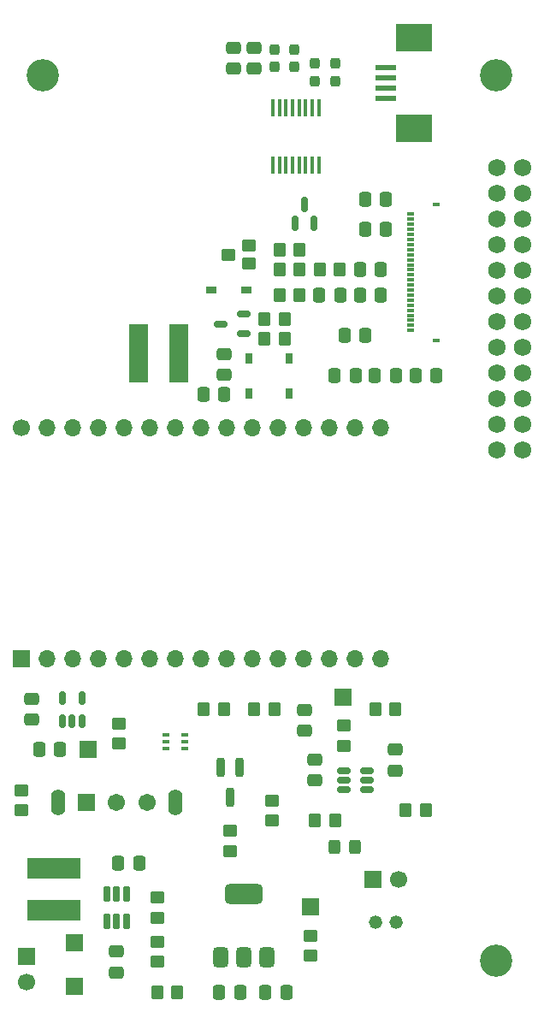
<source format=gts>
G04 #@! TF.GenerationSoftware,KiCad,Pcbnew,9.0.1*
G04 #@! TF.CreationDate,2025-04-17T02:19:35-07:00*
G04 #@! TF.ProjectId,EE 447,45452034-3437-42e6-9b69-6361645f7063,rev?*
G04 #@! TF.SameCoordinates,Original*
G04 #@! TF.FileFunction,Soldermask,Top*
G04 #@! TF.FilePolarity,Negative*
%FSLAX46Y46*%
G04 Gerber Fmt 4.6, Leading zero omitted, Abs format (unit mm)*
G04 Created by KiCad (PCBNEW 9.0.1) date 2025-04-17 02:19:35*
%MOMM*%
%LPD*%
G01*
G04 APERTURE LIST*
G04 Aperture macros list*
%AMRoundRect*
0 Rectangle with rounded corners*
0 $1 Rounding radius*
0 $2 $3 $4 $5 $6 $7 $8 $9 X,Y pos of 4 corners*
0 Add a 4 corners polygon primitive as box body*
4,1,4,$2,$3,$4,$5,$6,$7,$8,$9,$2,$3,0*
0 Add four circle primitives for the rounded corners*
1,1,$1+$1,$2,$3*
1,1,$1+$1,$4,$5*
1,1,$1+$1,$6,$7*
1,1,$1+$1,$8,$9*
0 Add four rect primitives between the rounded corners*
20,1,$1+$1,$2,$3,$4,$5,0*
20,1,$1+$1,$4,$5,$6,$7,0*
20,1,$1+$1,$6,$7,$8,$9,0*
20,1,$1+$1,$8,$9,$2,$3,0*%
G04 Aperture macros list end*
%ADD10RoundRect,0.237500X0.237500X-0.300000X0.237500X0.300000X-0.237500X0.300000X-0.237500X-0.300000X0*%
%ADD11RoundRect,0.102000X-2.550000X0.950000X-2.550000X-0.950000X2.550000X-0.950000X2.550000X0.950000X0*%
%ADD12RoundRect,0.250000X0.450000X-0.350000X0.450000X0.350000X-0.450000X0.350000X-0.450000X-0.350000X0*%
%ADD13RoundRect,0.250000X-0.337500X-0.475000X0.337500X-0.475000X0.337500X0.475000X-0.337500X0.475000X0*%
%ADD14RoundRect,0.102000X-0.754000X-0.754000X0.754000X-0.754000X0.754000X0.754000X-0.754000X0.754000X0*%
%ADD15C,1.712000*%
%ADD16O,1.404000X2.604000*%
%ADD17R,0.762000X1.117600*%
%ADD18RoundRect,0.250000X0.337500X0.475000X-0.337500X0.475000X-0.337500X-0.475000X0.337500X-0.475000X0*%
%ADD19RoundRect,0.150000X-0.512500X-0.150000X0.512500X-0.150000X0.512500X0.150000X-0.512500X0.150000X0*%
%ADD20C,3.200000*%
%ADD21R,1.700000X1.700000*%
%ADD22O,1.700000X1.700000*%
%ADD23C,1.700000*%
%ADD24RoundRect,0.250000X0.350000X0.450000X-0.350000X0.450000X-0.350000X-0.450000X0.350000X-0.450000X0*%
%ADD25RoundRect,0.250000X-0.350000X-0.450000X0.350000X-0.450000X0.350000X0.450000X-0.350000X0.450000X0*%
%ADD26RoundRect,0.250000X-0.450000X0.350000X-0.450000X-0.350000X0.450000X-0.350000X0.450000X0.350000X0*%
%ADD27RoundRect,0.250000X-0.475000X0.337500X-0.475000X-0.337500X0.475000X-0.337500X0.475000X0.337500X0*%
%ADD28RoundRect,0.250000X0.475000X-0.337500X0.475000X0.337500X-0.475000X0.337500X-0.475000X-0.337500X0*%
%ADD29RoundRect,0.150000X0.150000X-0.587500X0.150000X0.587500X-0.150000X0.587500X-0.150000X-0.587500X0*%
%ADD30R,0.355600X1.676400*%
%ADD31RoundRect,0.150000X0.150000X-0.512500X0.150000X0.512500X-0.150000X0.512500X-0.150000X-0.512500X0*%
%ADD32RoundRect,0.250000X0.325000X0.450000X-0.325000X0.450000X-0.325000X-0.450000X0.325000X-0.450000X0*%
%ADD33RoundRect,0.102000X0.850000X2.800000X-0.850000X2.800000X-0.850000X-2.800000X0.850000X-2.800000X0*%
%ADD34R,0.800000X0.300000*%
%ADD35R,0.800000X0.400000*%
%ADD36RoundRect,0.150000X0.512500X0.150000X-0.512500X0.150000X-0.512500X-0.150000X0.512500X-0.150000X0*%
%ADD37RoundRect,0.100000X0.225000X0.100000X-0.225000X0.100000X-0.225000X-0.100000X0.225000X-0.100000X0*%
%ADD38RoundRect,0.375000X0.375000X-0.625000X0.375000X0.625000X-0.375000X0.625000X-0.375000X-0.625000X0*%
%ADD39RoundRect,0.500000X1.400000X-0.500000X1.400000X0.500000X-1.400000X0.500000X-1.400000X-0.500000X0*%
%ADD40R,2.006600X0.609600*%
%ADD41R,3.606800X2.667000*%
%ADD42RoundRect,0.102000X0.571500X-0.508000X0.571500X0.508000X-0.571500X0.508000X-0.571500X-0.508000X0*%
%ADD43C,1.320800*%
%ADD44RoundRect,0.200000X-0.200000X0.750000X-0.200000X-0.750000X0.200000X-0.750000X0.200000X0.750000X0*%
%ADD45C,1.725000*%
%ADD46RoundRect,0.162500X0.162500X-0.617500X0.162500X0.617500X-0.162500X0.617500X-0.162500X-0.617500X0*%
%ADD47R,1.651000X1.701800*%
%ADD48R,1.117600X0.762000*%
G04 APERTURE END LIST*
D10*
X219000000Y-109825000D03*
X219000000Y-108100000D03*
D11*
X191200000Y-187700000D03*
X191200000Y-191900000D03*
D12*
X216550001Y-196400000D03*
X216550001Y-194400000D03*
D13*
X207562500Y-200000000D03*
X209637500Y-200000000D03*
X212112501Y-200000000D03*
X214187501Y-200000000D03*
X197562500Y-187200000D03*
X199637500Y-187200000D03*
D14*
X194400000Y-181200000D03*
D15*
X197400000Y-181200000D03*
X200400000Y-181200000D03*
D16*
X191600000Y-181200000D03*
X203200000Y-181200000D03*
D17*
X210500000Y-137247400D03*
X210500000Y-140752600D03*
D13*
X226962500Y-139000000D03*
X229037500Y-139000000D03*
D18*
X219537500Y-131000000D03*
X217462500Y-131000000D03*
D19*
X219862500Y-178050000D03*
X219862500Y-179000000D03*
X219862500Y-179950000D03*
X222137500Y-179950000D03*
X222137500Y-179000000D03*
X222137500Y-178050000D03*
D20*
X234950000Y-109220000D03*
D21*
X187980000Y-167000000D03*
D22*
X190520000Y-167000000D03*
X193060000Y-167000000D03*
X195600000Y-167000000D03*
X198140000Y-167000000D03*
X200680000Y-167000000D03*
X203220000Y-167000000D03*
X205760000Y-167000000D03*
X208300000Y-167000000D03*
X210840000Y-167000000D03*
X213380000Y-167000000D03*
X215920000Y-167000000D03*
X218460000Y-167000000D03*
X221000000Y-167000000D03*
X223540000Y-167000000D03*
D23*
X187980000Y-144140000D03*
D22*
X190520000Y-144140000D03*
X193060000Y-144140000D03*
X195600000Y-144140000D03*
X198140000Y-144140000D03*
X200680000Y-144140000D03*
X203220000Y-144140000D03*
X205760000Y-144140000D03*
X208300000Y-144140000D03*
X210840000Y-144140000D03*
X213380000Y-144140000D03*
X215920000Y-144140000D03*
X218460000Y-144140000D03*
X221000000Y-144140000D03*
X223540000Y-144140000D03*
D24*
X219500000Y-128500000D03*
X217500000Y-128500000D03*
D25*
X217000000Y-183000000D03*
X219000000Y-183000000D03*
D26*
X212800000Y-181000000D03*
X212800000Y-183000000D03*
D21*
X216600000Y-191500000D03*
D27*
X189000000Y-170962500D03*
X189000000Y-173037500D03*
D24*
X208000000Y-172000000D03*
X206000000Y-172000000D03*
D28*
X197400000Y-198037500D03*
X197400000Y-195962500D03*
D25*
X223000000Y-172000000D03*
X225000000Y-172000000D03*
D29*
X215050000Y-123875000D03*
X216950000Y-123875000D03*
X216000000Y-122000000D03*
D27*
X216000000Y-172025000D03*
X216000000Y-174100000D03*
D18*
X191787500Y-176000000D03*
X189712500Y-176000000D03*
D21*
X219800000Y-170800000D03*
D20*
X190117337Y-109220000D03*
D30*
X217399997Y-112500000D03*
X216749999Y-112500000D03*
X216099997Y-112500000D03*
X215449999Y-112500000D03*
X214800000Y-112500000D03*
X214149999Y-112500000D03*
X213500000Y-112500000D03*
X212849999Y-112500000D03*
X212849999Y-118138800D03*
X213499997Y-118138800D03*
X214149999Y-118138800D03*
X214799997Y-118138800D03*
X215449996Y-118138800D03*
X216099997Y-118138800D03*
X216749996Y-118138800D03*
X217399997Y-118138800D03*
D12*
X197600000Y-175400000D03*
X197600000Y-173400000D03*
D31*
X192050000Y-173137500D03*
X193000000Y-173137500D03*
X193950000Y-173137500D03*
X193950000Y-170862500D03*
X192050000Y-170862500D03*
D32*
X221025000Y-185600000D03*
X218975000Y-185600000D03*
D21*
X188500000Y-196460000D03*
D23*
X188500000Y-199000000D03*
D33*
X203505000Y-136779000D03*
X199605000Y-136779000D03*
D25*
X213500000Y-128500000D03*
X215500000Y-128500000D03*
D34*
X226500000Y-123000000D03*
X226500000Y-123500000D03*
X226500000Y-124000000D03*
X226500000Y-124500000D03*
X226500000Y-125000000D03*
X226500000Y-125500000D03*
X226500000Y-126000000D03*
X226500000Y-126500000D03*
X226500000Y-127000000D03*
X226500000Y-127500000D03*
X226500000Y-128000000D03*
X226500000Y-128500000D03*
X226500000Y-129000000D03*
X226500000Y-129500000D03*
X226500000Y-130000000D03*
X226500000Y-130500000D03*
X226500000Y-131000000D03*
X226500000Y-131500000D03*
X226500000Y-132000000D03*
X226500000Y-132500000D03*
X226500000Y-133000000D03*
X226500000Y-133500000D03*
X226500000Y-134000000D03*
X226500000Y-134500000D03*
D35*
X229000000Y-122000000D03*
X229000000Y-135500000D03*
D36*
X210000000Y-134800000D03*
X210000000Y-132900000D03*
X207725000Y-133850000D03*
D37*
X204150000Y-175850000D03*
X204150000Y-175200000D03*
X204150000Y-174550000D03*
X202250000Y-174550000D03*
X202250000Y-175200000D03*
X202250000Y-175850000D03*
D38*
X207650001Y-196550000D03*
X209950001Y-196550000D03*
D39*
X209950001Y-190250000D03*
D38*
X212250001Y-196550000D03*
D26*
X208600000Y-184000000D03*
X208600000Y-186000000D03*
D28*
X209000000Y-108575000D03*
X209000000Y-106500000D03*
D12*
X201400000Y-192600000D03*
X201400000Y-190600000D03*
D24*
X213000000Y-172000000D03*
X211000000Y-172000000D03*
D17*
X214500000Y-140752600D03*
X214500000Y-137247400D03*
D40*
X224000000Y-111500000D03*
X224000000Y-110499999D03*
X224000000Y-109500001D03*
X224000000Y-108500000D03*
D41*
X226806700Y-105516900D03*
X226806700Y-114483100D03*
D25*
X212000000Y-133350000D03*
X214000000Y-133350000D03*
D18*
X222037500Y-135000000D03*
X219962500Y-135000000D03*
D42*
X210516000Y-127889000D03*
X210516000Y-126111000D03*
X208484000Y-127000000D03*
D26*
X188000000Y-180000000D03*
X188000000Y-182000000D03*
D28*
X208000000Y-138887500D03*
X208000000Y-136812500D03*
X211000000Y-108575000D03*
X211000000Y-106500000D03*
D24*
X215500000Y-126500000D03*
X213500000Y-126500000D03*
D18*
X223537500Y-131000000D03*
X221462500Y-131000000D03*
D24*
X214000000Y-135350000D03*
X212000000Y-135350000D03*
D28*
X217000000Y-179037500D03*
X217000000Y-176962500D03*
D43*
X223043999Y-193040000D03*
X225044000Y-193040000D03*
D10*
X215000000Y-108400000D03*
X215000000Y-106675000D03*
D25*
X201400000Y-200000000D03*
X203400000Y-200000000D03*
D10*
X217000000Y-109825000D03*
X217000000Y-108100000D03*
D44*
X208600000Y-180700000D03*
X209550000Y-177700000D03*
X207650000Y-177700000D03*
D12*
X201400000Y-197000000D03*
X201400000Y-195000000D03*
X219900000Y-175600000D03*
X219900000Y-173600000D03*
D21*
X194600000Y-176000000D03*
D18*
X208037500Y-140850000D03*
X205962500Y-140850000D03*
D45*
X235000000Y-118420000D03*
X237540000Y-118420000D03*
X235000000Y-120960000D03*
X237540000Y-120960000D03*
X235000000Y-123500000D03*
X237540000Y-123500000D03*
X235000000Y-126040000D03*
X237540000Y-126040000D03*
X235000000Y-128580000D03*
X237540000Y-128580000D03*
X235000000Y-131120000D03*
X237540000Y-131120000D03*
X235000000Y-133660000D03*
X237540000Y-133660000D03*
X235000000Y-136200000D03*
X237540000Y-136200000D03*
X235000000Y-138740000D03*
X237540000Y-138740000D03*
X235000000Y-141280000D03*
X237540000Y-141280000D03*
X235000000Y-143820000D03*
X237540000Y-143820000D03*
X235000000Y-146360000D03*
X237540000Y-146360000D03*
D18*
X224037500Y-121500000D03*
X221962500Y-121500000D03*
D27*
X225000000Y-175962500D03*
X225000000Y-178037500D03*
D46*
X196450000Y-192950000D03*
X197400000Y-192950000D03*
X198350000Y-192950000D03*
X198350000Y-190250000D03*
X197400000Y-190250000D03*
X196450000Y-190250000D03*
D25*
X226000000Y-182000000D03*
X228000000Y-182000000D03*
D47*
X193200000Y-199392600D03*
X193200000Y-195100000D03*
D48*
X210252600Y-130500000D03*
X206747400Y-130500000D03*
D24*
X215500000Y-131000000D03*
X213500000Y-131000000D03*
D20*
X234950000Y-196850000D03*
D21*
X222725000Y-188800000D03*
D23*
X225265000Y-188800000D03*
D18*
X223537500Y-128500000D03*
X221462500Y-128500000D03*
D10*
X213000000Y-108400000D03*
X213000000Y-106675000D03*
D18*
X221037500Y-139000000D03*
X218962500Y-139000000D03*
X225037500Y-139000000D03*
X222962500Y-139000000D03*
X224037500Y-124500000D03*
X221962500Y-124500000D03*
M02*

</source>
